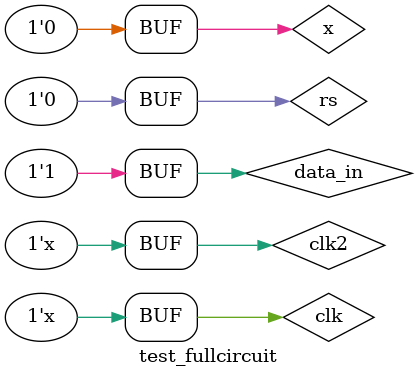
<source format=v>

module test_fullcircuit;
	
	reg clk, clk2, x, rs, data_in;
	wire data_out;
	wire [4:0] z;

	fullcircuit f1 (clk, clk2, x ,rs, data_in, data_out, z);

	initial begin
		rs <= 1; clk <= 1; clk2 <= 1; //Start at reset state
		#10	rs <= 0; x <= 0; //Go to run state
		
		//For some reason, in order to write to memory address X, I have to specify address X+1
		//Very minor bug in my code, but I'm not sure why it does that
		//Sets memory address of 00 to be 0001 (1)
		#10 x <= 1;
		#10 x <= 1; data_in <= 1; //Bit 0
		#10 x <= 1; data_in <= 0; //Bit 1
		#10 x <= 1; data_in <= 0; //Bit 2
		#10 x <= 1; data_in <= 0; //Bit 3
		#10 x <= 1; data_in <= 1; //Bit 4
		#10 x <= 1; data_in <= 0; //Bit 5
		#10 x <= 0; data_in <= 0; //Bit 6
		#10 x <= 0; data_in <= 0; //Bit 7

		//Sets memory address of 01 to be 0011 (3)
		#10 x <= 1;
		#10 x <= 1; data_in <= 1; //Bit 0
		#10 x <= 1; data_in <= 1; //Bit 1
		#10 x <= 1; data_in <= 0; //Bit 2
		#10 x <= 1; data_in <= 0; //Bit 3
		#10 x <= 1; data_in <= 0; //Bit 4
		#10 x <= 1; data_in <= 1; //Bit 5
		#10 x <= 0; data_in <= 0; //Bit 6
		#10 x <= 0; data_in <= 0; //Bit 7

		//Sets memory address of 10 to be 1111 (15)
		#10 x <= 1;
		#10 x <= 1; data_in <= 1; //Bit 0
		#10 x <= 1; data_in <= 1; //Bit 1
		#10 x <= 1; data_in <= 1; //Bit 2
		#10 x <= 1; data_in <= 1; //Bit 3
		#10 x <= 1; data_in <= 1; //Bit 4
		#10 x <= 1; data_in <= 1; //Bit 5
		#10 x <= 0; data_in <= 0; //Bit 6
		#10 x <= 0; data_in <= 0; //Bit 7

		//Add memory addresses 00 and 01 (3+1=4)
		#10 x <= 1;
		#10 x <= 1; data_in <= 1; //Bit 0
		#10 x <= 1; data_in <= 0; //Bit 1
		#10 x <= 1; data_in <= 0; //Bit 2
		#10 x <= 1; data_in <= 0; //Bit 3
		#10 x <= 1; data_in <= 0; //Bit 4
		#10 x <= 1; data_in <= 0; //Bit 5
		#10 x <= 0; data_in <= 1; //Bit 6
		#10 x <= 0; data_in <= 0; //Bit 7

		//Subtract memory addresses 10 and 01 (15-3=12)
		#20 x <= 1;
		#10 x <= 1; data_in <= 1; //Bit 0
		#10 x <= 1; data_in <= 0; //Bit 1
		#10 x <= 1; data_in <= 0; //Bit 2
		#10 x <= 1; data_in <= 1; //Bit 3
		#10 x <= 1; data_in <= 0; //Bit 4
		#10 x <= 1; data_in <= 1; //Bit 5
		#10 x <= 0; data_in <= 1; //Bit 6
		#10 x <= 0; data_in <= 0; //Bit 7

		//AND memory addresses 00 and 01 (0001 AND 0011 = 0001)
		#20 x <= 1;
		#10 x <= 1; data_in <= 1; //Bit 0
		#10 x <= 1; data_in <= 0; //Bit 1
		#10 x <= 1; data_in <= 0; //Bit 2
		#10 x <= 1; data_in <= 0; //Bit 3
		#10 x <= 1; data_in <= 0; //Bit 4
		#10 x <= 1; data_in <= 0; //Bit 5
		#10 x <= 0; data_in <= 0; //Bit 6
		#10 x <= 0; data_in <= 1; //Bit 7

		//OR memory addresses 00 and 10 (0001 OR 1111 = 1111)
		#20 x <= 1;
		#10 x <= 1; data_in <= 0; //Bit 0
		#10 x <= 1; data_in <= 1; //Bit 1
		#10 x <= 1; data_in <= 0; //Bit 2
		#10 x <= 1; data_in <= 0; //Bit 3
		#10 x <= 1; data_in <= 0; //Bit 4
		#10 x <= 1; data_in <= 1; //Bit 5
		#10 x <= 0; data_in <= 0; //Bit 6
		#10 x <= 0; data_in <= 1; //Bit 7

		//Buffer the data, output should be 10011
		#20 x <= 1;
		#10 x <= 1; data_in <= 1; //Bit 0
		#10 x <= 1; data_in <= 1; //Bit 1
		#10 x <= 1; data_in <= 0; //Bit 2
		#10 x <= 1; data_in <= 0; //Bit 3
		#10 x <= 1; data_in <= 1; //Bit 4
		#10 x <= 1; data_in <= 0; //Bit 5
		#10 x <= 0; data_in <= 1; //Bit 6
		#10 x <= 0; data_in <= 1; //Bit 7

	end

	always begin
      #5 clk <= ~clk;
       clk2 <= ~clk2;
    end

endmodule

</source>
